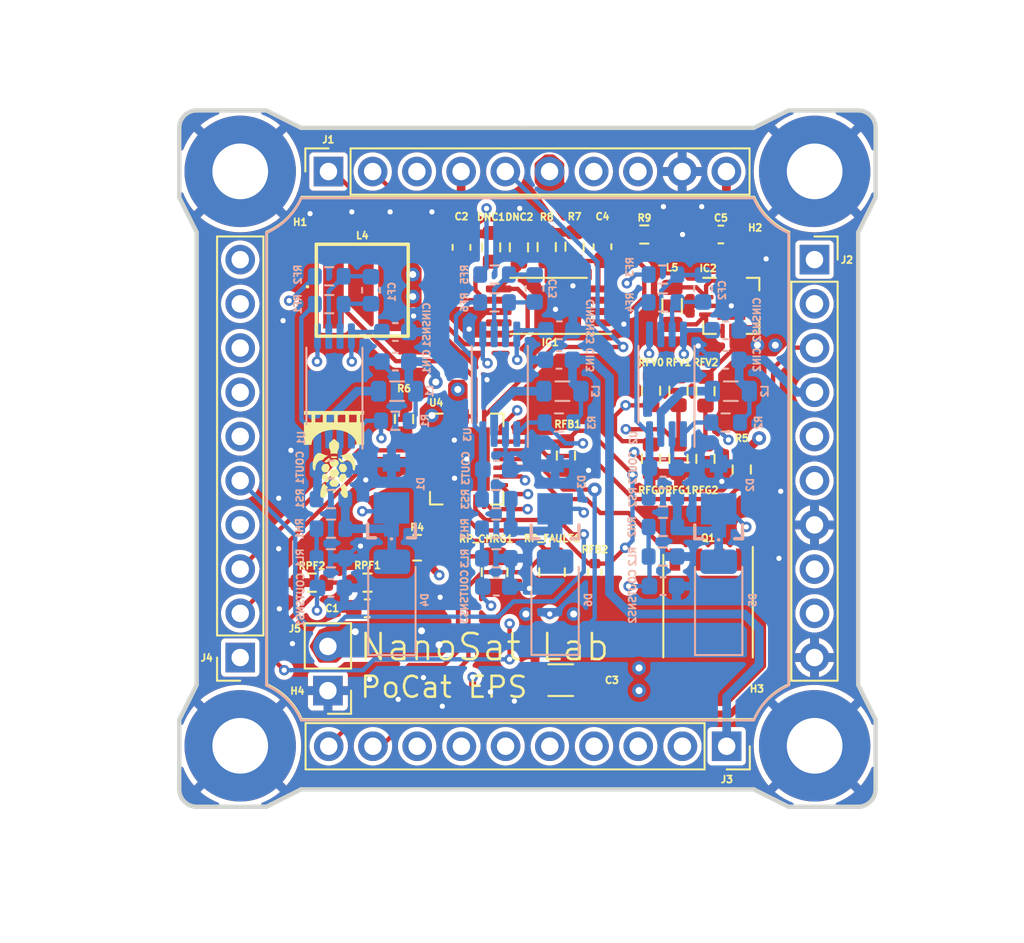
<source format=kicad_pcb>
(kicad_pcb (version 20221018) (generator pcbnew)
  (title_block (title "PQ_EPS") (date "2023-01-26") (rev "1.3") (company "UPC NanoSat Lab"))
  (layers (0 "F.Cu" signal) (1 "In1.Cu" signal) (2 "In2.Cu" signal) (31 "B.Cu" signal) (34 "B.Paste" user) (35 "F.Paste" user) (36 "B.SilkS" user "B.Silkscreen") (37 "F.SilkS" user "F.Silkscreen") (38 "B.Mask" user) (39 "F.Mask" user) (44 "Edge.Cuts" user))
  (net 0 "")
  (net 1 "KILLSWITCH+")
  (net 2 "GND")
  (net 3 "BATT-")
  (net 4 "SOLAR_X")
  (net 5 "SOLAR_Y")
  (net 6 "Net-(IC1-VDD)")
  (net 7 "Net-(U1-ICTRL-MINUS)")
  (net 8 "Net-(U1-ICTRL-PLUS)")
  (net 9 "Net-(U2-ICTRL-MINUS)")
  (net 10 "Net-(U2-ICTRL-PLUS)")
  (net 11 "Net-(U3-ICTRL-MINUS)")
  (net 12 "SOLAR_Z")
  (net 13 "3V3_PERM")
  (net 14 "UART_TX")
  (net 15 "Net-(U3-ICTRL-PLUS)")
  (net 16 "Net-(U1-MPP-SET)")
  (net 17 "Net-(U2-MPP-SET)")
  (net 18 "Net-(U3-MPP-SET)")
  (net 19 "Net-(U1-VOUT)")
  (net 20 "Net-(U2-VOUT)")
  (net 21 "Net-(U3-VOUT)")
  (net 22 "Net-(U1-VCTRL)")
  (net 23 "Net-(U2-VCTRL)")
  (net 24 "Net-(U3-VCTRL)")
  (net 26 "TOTAL_CURRENT")
  (net 27 "Net-(IC1-VIN)")
  (net 28 "PFO")
  (net 29 "UART_RX")
  (net 30 "SCL1")
  (net 31 "SDA1")
  (net 32 "BURNCOMMS")
  (net 33 "HEATER_PWR")
  (net 34 "SEL_PH1")
  (net 35 "SEL_PH2")
  (net 36 "BATT_NTC")
  (net 37 "SWO")
  (net 38 "STM32_PA15")
  (net 39 "CHRG")
  (net 40 "FAULT")
  (net 41 "VCC_UMBILICAL")
  (net 42 "SEL_PH0")
  (net 43 "P{slash}L_POWER")
  (net 44 "ADC_PH")
  (net 45 "RST_DRIVERS")
  (net 46 "ADCS_POWER")
  (net 47 "STM32_PB0")
  (net 48 "SCL3")
  (net 49 "ADC_PL")
  (net 50 "DAC_PL")
  (net 51 "SWCLK")
  (net 52 "SWDIO")
  (net 53 "NRST")
  (net 55 "SDA3")
  (net 56 "Net-(IC2-LX2_1)")
  (net 57 "/PROG")
  (net 58 "Net-(IC2-LX1_1)")
  (net 59 "Net-(U1-LX)")
  (net 60 "CLPROG")
  (net 61 "CHRGOFF")
  (net 62 "Net-(U2-LX)")
  (net 63 "Net-(U3-LX)")
  (net 64 "Net-(U4-CLN)")
  (net 65 "OVSNS")
  (net 66 "Net-(Q1-G)")
  (net 67 "Net-(U4-BSTFB)")
  (net 68 "Net-(U4-PFI)")
  (net 69 "Net-(L4-Pad1)")
  (net 70 "CHOUT")
  (net 71 "Net-(D1-Pad1)")
  (net 72 "Net-(D2-Pad1)")
  (net 73 "Net-(D3-Pad1)")
  (net 74 "/F2")
  (net 75 "/F1")
  (net 76 "/F0")
  (footprint "connector-nsl:CES-102-02" (layer "F.Cu") (at 90.2478 70.0024 180)
    (fp_text reference "J5")
    (fp_text value "~")
  )
  (footprint "passive-nsl:XAL5030222MEC" (layer "F.Cu") (at 92.2 48.3)
    (fp_text reference "L4")
    (fp_text value "2.2u" hide)
  )
  (footprint "Resistor_SMD:R_0603_1608Metric" (layer "F.Cu") (at 108.7898 54.0766 -90)
    (fp_text reference "RFV0")
    (fp_text value "1k")
  )
  (footprint "Capacitor_SMD:C_0603_1608Metric" (layer "F.Cu") (at 112.8 45.1)
    (fp_text reference "C5")
    (fp_text value "22u")
  )
  (footprint "Capacitor_SMD:C_1206_3216Metric" (layer "F.Cu") (at 103.6 70.7 180)
    (fp_text reference "C3")
    (fp_text value "100u")
  )
  (footprint "power-nsl:ISL9120IRTNZ" (layer "F.Cu") (at 113.4 49.2)
    (fp_text reference "IC2")
    (fp_text value "ISL9120IRTNZ")
  )
  (footprint "Resistor_SMD:R_0805_2012Metric" (layer "F.Cu") (at 95.3516 63.0936)
    (fp_text reference "R4")
    (fp_text value "75m")
  )
  (footprint "Resistor_SMD:R_0603_1608Metric" (layer "F.Cu") (at 89.3 65.1)
    (fp_text reference "RPF2")
    (fp_text value "68k")
  )
  (footprint "Resistor_SMD:R_0603_1608Metric" (layer "F.Cu") (at 101.2 45.8375 90)
    (fp_text reference "DNC2")
    (fp_text value "20k")
  )
  (footprint "symbols-nsl:NakNak" (layer "F.Cu") (at 90.606904 58.773521)
    (fp_text reference "Annotation2" hide)
    (fp_text value "Silkscreen_Annotation")
  )
  (footprint "Resistor_SMD:R_0603_1608Metric" (layer "F.Cu") (at 108.7898 57.9882 -90)
    (fp_text reference "RFG0")
    (fp_text value "1k")
  )
  (footprint "Capacitor_SMD:C_0603_1608Metric" (layer "F.Cu") (at 97.9 45.8375 -90)
    (fp_text reference "C2")
    (fp_text value "10u")
  )
  (footprint "Inductor_SMD:L_0805_2012Metric" (layer "F.Cu") (at 110 49.2 90)
    (fp_text reference "L5")
    (fp_text value "1u")
  )
  (footprint "MountingHole:MountingHole_3.2mm_M3_Pad" (layer "F.Cu") (at 85.188 74.473)
    (fp_text reference "H4")
    (fp_text value "MountingHole_Pad")
  )
  (footprint "connector-nsl:SLW-110-01" (layer "F.Cu") (at 90.258 41.473 90)
    (fp_text reference "J1")
    (fp_text value "CES-110-02-L-S")
  )
  (footprint "Resistor_SMD:R_0402_1005Metric" (layer "F.Cu") (at 105.5624 64.516 -90)
    (fp_text reference "RFB2")
    (fp_text value "255k")
  )
  (footprint "Package_SO:TSSOP-8_4.4x3mm_P0.65mm" (layer "F.Cu") (at 102.9 49.2 180)
    (fp_text reference "IC1")
    (fp_text value "DS2782E+")
  )
  (footprint "Package_DFN_QFN:QFN-24-1EP_4x5mm_P0.5mm_EP2.65x3.65mm" (layer "F.Cu") (at 98.2 58)
    (fp_text reference "U4")
    (fp_text value "LTC4040EUFD#PBF" hide)
  )
  (footprint "MountingHole:MountingHole_3.2mm_M3_Pad" (layer "F.Cu") (at 85.188 41.473)
    (fp_text reference "H1")
    (fp_text value "MountingHole_Pad")
  )
  (footprint "Resistor_SMD:R_0603_1608Metric" (layer "F.Cu") (at 104.3956 45.7962 90)
    (fp_text reference "R7")
    (fp_text value "510")
  )
  (footprint "Resistor_SMD:R_0805_2012Metric" (layer "F.Cu") (at 103.1 64.5 90)
    (fp_text reference "RP_FAULT1")
    (fp_text value "5k")
  )
  (footprint "Resistor_SMD:R_0603_1608Metric" (layer "F.Cu") (at 92.5 65.1)
    (fp_text reference "RPF1")
    (fp_text value "147k")
  )
  (footprint "power-nsl:SIR424DP" (layer "F.Cu") (at 112.0648 66.4464 -90)
    (fp_text reference "Q1")
    (fp_text value "SIR424DP")
  )
  (footprint "Capacitor_SMD:C_0603_1608Metric" (layer "F.Cu") (at 92.483 66.5734 180)
    (fp_text reference "C1")
    (fp_text value "2.2u")
  )
  (footprint "Capacitor_SMD:C_0603_1608Metric" (layer "F.Cu") (at 106 45.8 90)
    (fp_text reference "C4")
    (fp_text value "0.1u")
  )
  (footprint "MountingHole:MountingHole_3.2mm_M3_Pad" (layer "F.Cu") (at 118.188 41.473)
    (fp_text reference "H2")
    (fp_text value "MountingHole_Pad")
  )
  (footprint "Resistor_SMD:R_0603_1608Metric" (layer "F.Cu") (at 94.6 55.7 -90)
    (fp_text reference "R6")
    (fp_text value "2k")
  )
  (footprint "Resistor_SMD:R_0805_2012Metric" (layer "F.Cu") (at 99.8 64.5 90)
    (fp_text reference "RP_CHRG1")
    (fp_text value "5k")
  )
  (footprint "connector-nsl:SLW-110-01" (layer "F.Cu") (at 118.188 46.543)
    (fp_text reference "J2")
    (fp_text value "CES-110-02-L-S")
  )
  (footprint "symbols-nsl:Bridgemaker" (layer "F.Cu") (at 90.532131 56.301781)
    (fp_text reference "Annotation1" hide)
    (fp_text value "Silkscreen_Annotation")
  )
  (footprint "Resistor_SMD:R_0603_1608Metric" (layer "F.Cu") (at 108.4 45.1)
    (fp_text reference "R9")
    (fp_text value "15m")
  )
  (footprint "MountingHole:MountingHole_3.2mm_M3_Pad" (layer "F.Cu") (at 118.188 74.473)
    (fp_text reference "H3")
    (fp_text value "MountingHole_Pad")
  )
  (footprint "Resistor_SMD:R_0603_1608Metric" (layer "F.Cu") (at 103.9 57.8 -90)
    (fp_text reference "RFB1")
    (fp_text value "68k")
  )
  (footprint "Resistor_SMD:R_0603_1608Metric" (layer "F.Cu") (at 102.7954 45.8216 90)
    (fp_text reference "R8")
    (fp_text value "1k")
  )
  (footprint "connector-nsl:SLW-110-01" (layer "F.Cu") (at 85.1788 69.403 180)
    (fp_text reference "J4")
    (fp_text value "CES-110-02-L-S")
  )
  (footprint "Resistor_SMD:R_0603_1608Metric" (layer "F.Cu") (at 111.914 57.9882 -90)
    (fp_text reference "RFG2")
    (fp_text value "1k")
  )
  (footprint "Resistor_SMD:R_0603_1608Metric" (layer "F.Cu") (at 114 58.6 90)
    (fp_text reference "R5")
    (fp_text value "10k")
  )
  (footprint "Resistor_SMD:R_0603_1608Metric" (layer "F.Cu") (at 110.3646 57.9882 -90)
    (fp_text reference "RFG1")
    (fp_text value "1k")
  )
  (footprint "Resistor_SMD:R_0603_1608Metric" (layer "F.Cu") (at 111.914 54.102 -90)
    (fp_text reference "RFV2")
    (fp_text value "1k")
  )
  (footprint "connector-nsl:SLW-110-01" (layer "F.Cu") (at 113.1332 74.5074 -90)
    (fp_text reference "J3")
    (fp_text value "CES-110-02-L-S")
  )
  (footprint "Resistor_SMD:R_0603_1608Metric" (layer "F.Cu") (at 99.6 45.8375 90)
    (fp_text reference "DNC1")
    (fp_text value "20k")
  )
  (footprint "Resistor_SMD:R_0603_1608Metric" (layer "F.Cu") (at 110.3646 54.0766 -90)
    (fp_text reference "RFV1")
    (fp_text value "1k")
  )
  (footprint "Capacitor_SMD:C_0603_1608Metric" (layer "B.Cu") (at 103.525 50.6 180)
    (fp_text reference "CINSNS3")
    (fp_text value "1n")
  )
  (footprint "Resistor_SMD:R_0603_1608Metric" (layer "B.Cu") (at 90.4 60.3)
    (fp_text reference "RS1")
    (fp_text value "300m")
  )
  (footprint "Resistor_SMD:R_0603_1608Metric" (layer "B.Cu") (at 103.5 55.9)
    (fp_text reference "R3")
    (fp_text value "1k")
  )
  (footprint "Capacitor_SMD:C_0603_1608Metric" (layer "B.Cu") (at 92.7 48.3 -90)
    (fp_text reference "CF1")
    (fp_text value "1u")
  )
  (footprint "Inductor_SMD:L_0805_2012Metric" (layer "B.Cu") (at 94.2 54.1)
    (fp_text reference "L1")
    (fp_text value "10u")
  )
  (footprint "Inductor_SMD:L_0805_2012Metric" (layer "B.Cu") (at 103.7 54.1 180)
    (fp_text reference "L3")
    (fp_text value "10u")
  )
  (footprint "Package_SO:TSSOP-8_4.4x3mm_P0.65mm" (layer "B.Cu") (at 109.675 53.7 90)
    (fp_text reference "U2")
    (fp_text value "SPV1040TTR" hide)
  )
  (footprint "Package_SO:TSSOP-8_4.4x3mm_P0.65mm" (layer "B.Cu") (at 100.1 53.7 90)
    (fp_text reference "U3")
    (fp_text value "SPV1040TTR")
  )
  (footprint "Capacitor_SMD:C_0603_1608Metric" (layer "B.Cu") (at 94.1 52.4)
    (fp_text reference "CIN1")
    (fp_text value "1.5u")
  )
  (footprint "Resistor_SMD:R_0603_1608Metric" (layer "B.Cu") (at 109.475 60.2)
    (fp_text reference "RS2")
    (fp_text value "300m")
  )
  (footprint "Resistor_SMD:R_0603_1608Metric" (layer "B.Cu") (at 109.475 61.9 180)
    (fp_text reference "RH2")
    (fp_text value "910k")
  )
  (footprint "Resistor_SMD:R_0603_1608Metric" (layer "B.Cu") (at 99.9 63.7)
    (fp_text reference "RL3")
    (fp_text value "360k")
  )
  (footprint "Capacitor_SMD:C_0603_1608Metric" (layer "B.Cu") (at 113.075 52.3)
    (fp_text reference "CIN2")
    (fp_text value "1.5u")
  )
  (footprint "Capacitor_SMD:C_0603_1608Metric" (layer "B.Cu") (at 109.475 58.5 180)
    (fp_text reference "COUT2")
    (fp_text value "10u")
  )
  (footprint "Resistor_SMD:R_0603_1608Metric" (layer "B.Cu") (at 94.1 55.8)
    (fp_text reference "R1")
    (fp_text value "1k")
  )
  (footprint "Capacitor_SMD:C_0603_1608Metric" (layer "B.Cu") (at 99.9 58.6 180)
    (fp_text reference "COUT3")
    (fp_text value "10u")
  )
  (footprint "Resistor_SMD:R_0603_1608Metric" (layer "B.Cu") (at 90.3 47.5 180)
    (fp_text reference "RF2")
    (fp_text value "1k")
  )
  (footprint "Capacitor_SMD:C_0603_1608Metric" (layer "B.Cu") (at 103.5 52.3)
    (fp_text reference "CIN3")
    (fp_text value "1.5u")
  )
  (footprint "Capacitor_SMD:C_0603_1608Metric" (layer "B.Cu") (at 109.475 65.3 180)
    (fp_text reference "COUTSNS2")
    (fp_text value "1n")
  )
  (footprint "passive-nsl:RBS1LAM40ATR_Schottky" (layer "B.Cu") (at 93.9 66.1 90)
    (fp_text reference "D4")
    (fp_text value "shottky")
  )
  (footprint "Resistor_SMD:R_0603_1608Metric" (layer "B.Cu") (at 113.075 55.9)
    (fp_text reference "R2")
    (fp_text value "1k")
  )
  (footprint "passive-nsl:RBS1LAM40ATR_Schottky" (layer "B.Cu") (at 112.675 66.1 90)
    (fp_text reference "D5")
    (fp_text value "shottky")
  )
  (footprint "Capacitor_SMD:C_0603_1608Metric" (layer "B.Cu") (at 90.4 65.4 180)
    (fp_text reference "COUTSNS1")
    (fp_text value "1n")
  )
  (footprint "Capacitor_SMD:C_0603_1608Metric" (layer "B.Cu") (at 90.4 58.6 180)
    (fp_text reference "COUT1")
    (fp_text value "10u")
  )
  (footprint "Resistor_SMD:R_0603_1608Metric" (layer "B.Cu") (at 109.475 63.6)
    (fp_text reference "RL2")
    (fp_text value "360k")
  )
  (footprint "Resistor_SMD:R_0603_1608Metric" (layer "B.Cu") (at 90.3 49.1 180)
    (fp_text reference "RF1")
    (fp_text value "1k")
  )
  (footprint "Resistor_SMD:R_0603_1608Metric" (layer "B.Cu") (at 99.9 60.3)
    (fp_text reference "RS3")
    (fp_text value "300m")
  )
  (footprint "Inductor_SMD:L_0805_2012Metric" (layer "B.Cu") (at 113.375 54.1 180)
    (fp_text reference "L2")
    (fp_text value "10u" hide)
  )
  (footprint "Resistor_SMD:R_0603_1608Metric" (layer "B.Cu") (at 109.475 47.4 180)
    (fp_text reference "RF3")
    (fp_text value "1k")
  )
  (footprint "Capacitor_SMD:C_0603_1608Metric" (layer "B.Cu") (at 111.775 48.2 -90)
    (fp_text reference "CF2")
    (fp_text value "1u")
  )
  (footprint "passive-nsl:RBS1LAM40ATR_Schottky" (layer "B.Cu") (at 103.2764 66.0908 90)
    (fp_text reference "D6")
    (fp_text value "shottky")
  )
  (footprint "Capacitor_SMD:C_0603_1608Metric" (layer "B.Cu") (at 113.075 50.6 180)
    (fp_text reference "CINSNS2")
    (fp_text value "1n")
  )
  (footprint "Resistor_SMD:R_0603_1608Metric" (layer "B.Cu") (at 99.8 49 180)
    (fp_text reference "RF6")
    (fp_text value "1k")
  )
  (footprint "Resistor_SMD:R_0603_1608Metric" (layer "B.Cu") (at 109.475 49 180)
    (fp_text reference "RF4")
    (fp_text value "1k")
  )
  (footprint "passive-nsl:SMM4F15ATR" (layer "B.Cu") (at 93.8784 60.505 -90)
    (fp_text reference "D1")
    (fp_text value "SMM4F" hide)
  )
  (footprint "Capacitor_SMD:C_0603_1608Metric" (layer "B.Cu") (at 99.9 65.328 180)
    (fp_text reference "COUTSNS3")
    (fp_text value "1n")
  )
  (footprint "Capacitor_SMD:C_0603_1608Metric" (layer "B.Cu") (at 102.1 48.2 -90)
    (fp_text reference "CF3")
    (fp_text value "1u")
  )
  (footprint "passive-nsl:SMM4F15ATR" (layer "B.Cu") (at 103.2764 60.5558 -90)
    (fp_text reference "D3")
    (fp_text value "SMM4F" hide)
  )
  (footprint "Package_SO:TSSOP-8_4.4x3mm_P0.65mm" (layer "B.Cu") (at 90.6 53.8 90)
    (fp_text reference "U1")
    (fp_text value "SPV1040TTR")
  )
  (footprint "Resistor_SMD:R_0603_1608Metric" (layer "B.Cu") (at 99.9 62 180)
    (fp_text reference "RH3")
    (fp_text value "910k")
  )
  (footprint "Resistor_SMD:R_0603_1608Metric" (layer "B.Cu") (at 99.8 47.4 180)
    (fp_text reference "RF5")
    (fp_text value "1k")
  )
  (footprint "Resistor_SMD:R_0603_1608Metric" (layer "B.Cu") (at 90.4 63.7)
    (fp_text reference "RL1")
    (fp_text value "360k")
  )
  (footprint "Resistor_SMD:R_0603_1608Metric" (layer "B.Cu") (at 90.4 62 180)
    (fp_text reference "RH1")
    (fp_text value "910k")
  )
  (footprint "Capacitor_SMD:C_0603_1608Metric" (layer "B.Cu") (at 94.1 50.7 180)
    (fp_text reference "CINSNS1")
    (fp_text value "1n")
  )
  (footprint "passive-nsl:SMM4F15ATR" (layer "B.Cu") (at 112.6744 60.5558 -90)
    (fp_text reference "D2")
    (fp_text value "SMM4F" hide)
  )
  (gr_arc (start 86.6892 71.003419) (mid 87.881782 71.810836) (end 88.689199 73.003418) (stroke (width 0.15)) (layer "B.SilkS"))
  (gr_line (start 86.6892 45.003418) (end 86.6892 71.003418) (stroke (width 0.15)) (layer "B.SilkS"))
  (gr_line (start 116.6892 71.003418) (end 116.6892 45.003418) (stroke (width 0.15)) (layer "B.SilkS"))
  (gr_line (start 88.6892 73.003418) (end 114.6892 73.003418) (stroke (width 0.15)) (layer "B.SilkS"))
  (gr_line (start 88.6892 43.003418) (end 114.6892 43.003418) (stroke (width 0.15)) (layer "B.SilkS"))
  (gr_arc (start 88.689199 43.003418) (mid 87.881782 44.196) (end 86.6892 45.003417) (stroke (width 0.15)) (layer "B.SilkS"))
  (gr_arc (start 114.689201 73.003418) (mid 115.496618 71.810836) (end 116.6892 71.003419) (stroke (width 0.15)) (layer "B.SilkS"))
  (gr_arc (start 116.6892 45.003417) (mid 115.496618 44.196) (end 114.689201 43.003418) (stroke (width 0.15)) (layer "B.SilkS"))
  (gr_arc (start 116.713382 44.952617) (mid 115.5208 44.1452) (end 114.713383 42.952618) (stroke (width 0.15)) (layer "F.SilkS"))
  (gr_arc (start 114.713383 72.952618) (mid 115.5208 71.760036) (end 116.713382 70.952619) (stroke (width 0.15)) (layer "F.SilkS"))
  (gr_arc (start 88.713381 42.952618) (mid 87.905964 44.1452) (end 86.713382 44.952617) (stroke (width 0.15)) (layer "F.SilkS"))
  (gr_line (start 116.713382 70.952618) (end 116.713382 44.952618) (stroke (width 0.15)) (layer "F.SilkS"))
  (gr_arc (start 86.713382 70.952619) (mid 87.905964 71.760036) (end 88.713381 72.952618) (stroke (width 0.15)) (layer "F.SilkS"))
  (gr_line (start 86.713382 44.952618) (end 86.713382 70.952618) (stroke (width 0.15)) (layer "F.SilkS"))
  (gr_line (start 88.713382 72.952618) (end 114.713382 72.952618) (stroke (width 0.15)) (layer "F.SilkS"))
  (gr_line (start 88.713382 42.952618) (end 114.713382 42.952618) (stroke (width 0.15)) (layer "F.SilkS"))
  (gr_line (start 81.688 76.973) (end 81.688 72.973) (stroke (width 0.25)) (layer "Edge.Cuts"))
  (gr_line locked (start 81.688 72.973) (end 82.688 70.973) (stroke (width 0.25)) (layer "Edge.Cuts"))
  (gr_line locked (start 86.688 37.973) (end 88.688 38.973) (stroke (width 0.25)) (layer "Edge.Cuts"))
  (gr_line locked (start 121.688 72.973) (end 121.688 76.973) (stroke (width 0.25)) (layer "Edge.Cuts"))
  (gr_line locked (start 121.688 42.973) (end 120.688 44.973) (stroke (width 0.25)) (layer "Edge.Cuts"))
  (gr_line locked (start 120.688 70.973) (end 121.688 72.973) (stroke (width 0.25)) (layer "Edge.Cuts"))
  (gr_line locked (start 88.688 76.973) (end 86.688 77.973) (stroke (width 0.25)) (layer "Edge.Cuts"))
  (gr_line locked (start 114.688 38.973) (end 116.687 37.973) (stroke (width 0.25)) (layer "Edge.Cuts"))
  (gr_line locked (start 120.688 44.973) (end 120.688 70.973) (stroke (width 0.25)) (layer "Edge.Cuts"))
  (gr_line (start 121.688 42.973) (end 121.688 38.973) (stroke (width 0.25)) (layer "Edge.Cuts"))
  (gr_line locked (start 81.688 42.973) (end 81.688 38.973) (stroke (width 0.25)) (layer "Edge.Cuts"))
  (gr_line (start 86.688 77.973) (end 82.688 77.973) (stroke (width 0.25)) (layer "Edge.Cuts"))
  (gr_line locked (start 114.688 76.973) (end 116.688 77.973) (stroke (width 0.25)) (layer "Edge.Cuts"))
  (gr_arc locked (start 120.688 37.973) (mid 121.395107 38.265893) (end 121.688 38.973) (stroke (width 0.25)) (layer "Edge.Cuts"))
  (gr_line locked (start 101.687 38.973) (end 114.688 38.973) (stroke (width 0.25)) (layer "Edge.Cuts"))
  (gr_line locked (start 82.688 37.973) (end 86.688 37.973) (stroke (width 0.25)) (layer "Edge.Cuts"))
  (gr_line locked (start 82.688 44.973) (end 81.688 42.973) (stroke (width 0.25)) (layer "Edge.Cuts"))
  (gr_line locked (start 116.688 77.973) (end 120.688 77.973) (stroke (width 0.25)) (layer "Edge.Cuts"))
  (gr_line locked (start 82.688 70.973) (end 82.688 44.973) (stroke (width 0.25)) (layer "Edge.Cuts"))
  (gr_arc locked (start 121.688 76.973) (mid 121.395107 77.680107) (end 120.688 77.973) (stroke (width 0.25)) (layer "Edge.Cuts"))
  (gr_line (start 116.687 37.973) (end 120.688 37.973) (stroke (width 0.25)) (layer "Edge.Cuts"))
  (gr_line locked (start 114.688 76.973) (end 88.688 76.973) (stroke (width 0.25)) (layer "Edge.Cuts"))
  (gr_arc locked (start 81.688 38.973) (mid 81.980893 38.265893) (end 82.688 37.973) (stroke (width 0.25)) (layer "Edge.Cuts"))
  (gr_arc locked (start 82.688 77.973) (mid 81.980893 77.680107) (end 81.688 76.973) (stroke (width 0.25)) (layer "Edge.Cuts"))
  (gr_line locked (start 88.688 38.973) (end 101.687 38.973) (stroke (width 0.25)) (layer "Edge.Cuts"))
  (gr_text "PoCat EPS" (at 91.988 71.103) (layer "F.SilkS") (effects (font (size 1.2 1.2)) (justify left)))
  (gr_text "NanoSat Lab" (at 91.938 68.803) (layer "F.SilkS") (effects (font (size 1.5 1.5)) (justify left)))
  (segment (start 97.878 45.0405) (end 97.878 41.448) (width 0.5) (layer "F.Cu") (net 1))
  (segment (start 102.8 44.975) (end 104.4 44.975) (width 0.5) (layer "F.Cu") (net 1))
  (segment (start 101.2 45.0125) (end 102.7625 45.0125) (width 0.5) (layer "F.Cu") (net 1))
  (segment (start 102.7625 45.0125) (end 102.8 44.975) (width 0.5) (layer "F.Cu") (net 1))
  (segment (start 99.6 45.0125) (end 101.2 45.0125) (width 0.5) (layer "F.Cu") (net 1))
  (segment (start 99.55 45.0625) (end 99.6 45.0125) (width 0.5) (layer "F.Cu") (net 1))
  (segment (start 97.9 45.0625) (end 99.55 45.0625) (width 0.5) (layer "F.Cu") (net 1))
  (segment (start 97.9 45.0625) (end 97.878 45.0405) (width 0.5) (layer "F.Cu") (net 1))
  (via (at 95.0976 48.6664) (size 0.8) (drill 0.4) (layers "F.Cu" "B.Cu") (net 1))
  (via (at 95.0976 47.3964) (size 0.8) (drill 0.4) (layers "F.Cu" "B.Cu") (net 1))
  (via (at 97.6884 54.0004) (size 0.8) (drill 0.4) (layers "F.Cu" "B.Cu") (net 1))
  (segment (start 96.2 44.7904) (end 96.2 43.8) (width 0.25) (layer "F.Cu") (net 2))
  (segment (start 97.9 46.6125) (end 97.9 46.4904) (width 0.25) (layer "F.Cu") (net 2))
  (segment (start 98.2 58) (end 97.7 58.5) (width 0.25) (layer "F.Cu") (net 2))
  (segment (start 91.442 66.8) (end 91.725 66.8) (width 0.25) (layer "F.Cu") (net 2))
  (segment (start 111.95 49.2) (end 111.1 49.2) (width 0.25) (layer "F.Cu") (net 2))
  (segment (start 105.175 58.625) (end 103.9 58.625) (width 0.25) (layer "F.Cu") (net 2))
  (segment (start 111.95 49.2) (end 113.4 49.2) (width 0.25) (layer "F.Cu") (net 2))
  (segment (start 98.33872 50.53592) (end 99.349639 49.525) (width 0.25) (layer "F.Cu") (net 2))
  (segment (start 97.7 58.5) (end 96.25 58.5) (width 0.25) (layer "F.Cu") (net 2))
  (segment (start 99.349639 49.525) (end 100.0375 49.525) (width 0.25) (layer "F.Cu") (net 2))
  (segment (start 105.2 58.65) (end 105.175 58.625) (width 0.25) (layer "F.Cu") (net 2))
  (segment (start 97.9 46.4904) (end 96.2 44.7904) (width 0.25) (layer "F.Cu") (net 2))
  (segment (start 114.85 49.7) (end 114.85 49.2) (width 0.25) (layer "F.Cu") (net 2))
  (segment (start 114.85 49.2) (end 113.4 49.2) (width 0.25) (layer "F.Cu") (net 2))
  (via (at 91.6 43.8) (size 0.6) (drill 0.3) (layers "F.Cu" "B.Cu") (net 2))
  (via (at 102.9716 66.9036) (size 0.6) (drill 0.3) (layers "F.Cu" "B.Cu") (net 2))
  (via (at 96.6724 65.9384) (size 0.6) (drill 0.3) (layers "F.Cu" "B.Cu") (net 2))
  (via (at 88.1 57.5) (size 0.6) (drill 0.3) (layers "F.Cu" "B.Cu") (net 2))
  (via (at 98.2 58) (size 0.6) (drill 0.3) (layers "F.Cu" "B.Cu") (net 2))
  (via (at 95.713 70.553) (size 0.6) (drill 0.3) (layers "F.Cu" "B.Cu") (net 2))
  (via (at 101.8032 65.4304) (size 0.6) (drill 0.3) (layers "F.Cu" "B.Cu") (net 2))
  (via (at 95.1484 49.784) (size 0.6) (drill 0.3) (layers "F.Cu" "B.Cu") (net 2))
  (via (at 116.138 63.703) (size 0.6) (drill 0.3) (layers "F.Cu" "B.Cu") (net 2))
  (via (at 115.4 46.5) (size 0.6) (drill 0.3) (layers "F.Cu" "B.Cu") (net 2))
  (via (at 112.8538 59.2836) (size 0.6) (drill 0.3) (layers "F.Cu" "B.Cu") (net 2))
  (via (at 88.188 68.603) (size 0.6) (drill 0.3) (layers "F.Cu" "B.Cu") (net 2))
  (via (at 103.3 49.4) (size 0.6) (drill 0.3) (layers "F.Cu" "B.Cu") (net 2))
  (via (at 93.8 43.8) (size 0.6) (drill 0.3) (layers "F.Cu" "B.Cu") (net 2))
  (via (at 101.2444 43.6) (size 0.6) (drill 0.3) (layers "F.Cu" "B.Cu") (net 2))
  (via (at 98.33872 50.53592) (size 0.6) (drill 0.3) (layers "F.Cu" "B.Cu") (net 2))
  (via (at 92.613 70.653) (size 0.6) (drill 0.3) (layers "F.Cu" "B.Cu") (net 2))
  (via (at 105.2 58.65) (size 0.6) (drill 0.3) (layers "F.Cu" "B.Cu") (net 2))
  (via (at 116.238 59.853) (size 0.6) (drill 0.3) (layers "F.Cu" "B.Cu") (net 2))
  (via (at 111.5 51.5) (size 0.6) (drill 0.3) (layers "F.Cu" "B.Cu") (net 2))
  (via (at 113.4 49.2) (size 0.6) (drill 0.3) (layers "F.Cu" "B.Cu") (net 2))
  (via (at 110.6 45.1) (size 0.6) (drill 0.3) (layers "F.Cu" "B.Cu") (net 2))
  (via (at 104.3 48.05) (size 0.6) (drill 0.3) (layers "F.Cu" "B.Cu") (net 2))
  (via (at 99.563 71.378) (size 0.6) (drill 0.3) (layers "F.Cu" "B.Cu") (net 2))
  (via (at 92.4 59.2) (size 0.6) (drill 0.3) (layers "F.Cu" "B.Cu") (net 2))
  (via (at 97.487701 56.912299) (size 0.6) (drill 0.3) (layers "F.Cu" "B.Cu") (net 2))
  (via (at 99.3648 53.4416) (size 0.6) (drill 0.3) (layers "F.Cu" "B.Cu") (net 2))
  (via (at 87.4 60.25) (size 0.6) (drill 0.3) (layers "F.Cu" "B.Cu") (net 2))
  (via (at 107.225989 50.2495) (size 0.6) (drill 0.3) (layers "F.Cu" "B.Cu") (net 2))
  (via (at 100.938 71.903) (size 0.6) (drill 0.3) (layers "F.Cu" "B.Cu") (net 2))
  (via (at 92.1 63) (size 0.6) (drill 0.3) (layers "F.Cu" "B.Cu") (net 2))
  (via (at 87.65 50.05) (size 0.6) (drill 0.3) (layers "F.Cu" "B.Cu") (net 2))
  (via (at 96.2 43.8) (size 0.6) (drill 0.3) (layers "F.Cu" "B.Cu") (net 2))
  (via (at 87.4 63.15) (size 0.6) (drill 0.3) (layers "F.Cu" "B.Cu") (net 2))
  (via (at 96.8 72.2) (size 0.6) (drill 0.3) (layers "F.Cu" "B.Cu") (net 2))
  (via (at 87.438 66.603) (size 0.6) (drill 0.3) (layers "F.Cu" "B.Cu") (net 2))
  (via (at 97.5 59.1) (size 0.6) (drill 0.3) (layers "F.Cu" "B.Cu") (net 2))
  (via (at 109.5 43.5) (size 0.6) (drill 0.3) (layers "F.Cu" "B.Cu") (net 2))
  (via (at 111.7 43.5) (size 0.6) (drill 0.3) (layers "F.Cu" "B.Cu") (net 2))
  (via (at 89.2 43.9) (size 0.6) (drill 0.3) (layers "F.Cu" "B.Cu") (net 2))
  (via (at 94.263 71.803) (size 0.6) (drill 0.3) (layers "F.Cu" "B.Cu") (net 2))
  (segment (start 92.1 63) (end 91.925 63) (width 0.25) (layer "B.Cu") (net 2))
  (segment (start 93.325 52.525) (end 94.1 53.3) (width 0.25) (layer "B.Cu") (net 2))
  (segment (start 110 58.25) (end 110 56.5625) (width 0.25) (layer "B.Cu") (net 2))
  (segment (start 91.175 65.4) (end 91.175 63.75) (width 0.25) (layer "B.Cu") (net 2))
  (segment (start 100.425 56.5625) (end 100.425 58.35) (width 0.25) (layer "B.Cu") (net 2))
  (segment (start 100.675 58.6) (end 102.993 58.6) (width 0.25) (layer "B.Cu") (net 2))
  (segment (start 91.925 63) (end 91.225 63.7) (width 0.25) (layer "B.Cu") (net 2))
  (segment (start 91.175 63.75) (end 91.225 63.7) (width 0.25) (layer "B.Cu") (net 2))
  (segment (start 102.725 52.3) (end 102.725 52.175) (width 0.25) (layer "B.Cu") (net 2))
  (segment (start 93.325 52.4) (end 93.325 52.525) (width 0.25) (layer "B.Cu") (net 2))
  (segment (start 110.25 58.5) (end 110 58.25) (width 0.25) (layer "B.Cu") (net 2))
  (segment (start 111.5 51.5) (end 112.3 52.3) (width 0.25) (layer "B.Cu") (net 2))
  (segment (start 100.425 58.35) (end 100.675 58.6) (width 0.25) (layer "B.Cu") (net 2))
  (segment (start 90.925 58.35) (end 91.175 58.6) (width 0.25) (layer "B.Cu") (net 2))
  (segment (start 102.725 52.175) (end 104.3 50.6) (width 0.25) (layer "B.Cu") (net 2))
  (segment (start 90.925 56.6625) (end 90.925 58.35) (width 0.25) (layer "B.Cu") (net 2))
  (segment (start 108.4 47) (end 108.4 48.7) (width 0.25) (layer "F.Cu") (net 3))
  (segment (start 107.575 46.175) (end 108.4 47) (width 0.25) (layer "F.Cu") (net 3))
  (segment (start 107.575 49.525) (end 105.7625 49.525) (width 0.25) (layer "F.Cu") (net 3))
  (segment (start 107.575 45.1) (end 107.575 46.175) (width 0.25) (layer "F.Cu") (net 3))
  (segment (start 108.4 48.7) (end 107.575 49.525) (width 0.25) (layer "F.Cu") (net 3))
  (via (at 96.42035 53.578) (size 0.8) (drill 0.4) (layers "F.Cu" "B.Cu") (net 4))
  (segment (start 95.2625 54.1) (end 95.2625 55.4625) (width 0.25) (layer "B.Cu") (net 4))
  (segment (start 96.42035 53.12935) (end 95.691 52.4) (width 0.5) (layer "B.Cu") (net 4))
  (segment (start 96.42035 53.578) (end 96.42035 53.12935) (width 0.5) (layer "B.Cu") (net 4))
  (segment (start 94.875 52.4) (end 94.875 53.7125) (width 0.5) (layer "B.Cu") (net 4))
  (segment (start 95.2625 55.4625) (end 94.925 55.8) (width 0.25) (layer "B.Cu") (net 4))
  (segment (start 94.875 53.7125) (end 95.2625 54.1) (width 0.5) (layer "B.Cu") (net 4))
  (segment (start 95.691 52.4) (end 94.875 52.4) (width 0.5) (layer "B.Cu") (net 4))
  (segment (start 113.85 53.5125) (end 114.4375 54.1) (width 0.5) (layer "B.Cu") (net 5))
  (segment (start 113.85 52.3) (end 113.85 53.5125) (width 0.5) (layer "B.Cu") (net 5))
  (segment (start 115.3 52.3) (end 113.85 52.3) (width 0.5) (layer "B.Cu") (net 5))
  (segment (start 117.163 54.163) (end 115.3 52.3) (width 0.5) (layer "B.Cu") (net 5))
  (segment (start 118.213 54.163) (end 117.163 54.163) (width 0.5) (layer "B.Cu") (net 5))
  (segment (start 114.4375 55.3625) (end 113.9 55.9) (width 0.25) (layer "B.Cu") (net 5))
  (segment (start 114.4375 54.1) (end 114.4375 55.3625) (width 0.25) (layer "B.Cu") (net 5))
  (segment (start 105.7625 46.8125) (end 106 46.575) (width 0.25) (layer "F.Cu") (net 6))
  (segment (start 105.95 46.625) (end 106 46.575) (width 0.25) (layer "F.Cu") (net 6))
  (segment (start 104.4 46.625) (end 105.95 46.625) (width 0.25) (layer "F.Cu") (net 6))
  (segment (start 105.7625 48.225) (end 105.7625 46.8125) (width 0.25) (layer "F.Cu") (net 6))
  (segment (start 92.675 47.5) (end 92.7 47.525) (width 0.25) (layer "B.Cu") (net 7))
  (segment (start 90.275 48.35) (end 90.275 50.9375) (width 0.25) (layer "B.Cu") (net 7))
  (segment (start 91.125 47.5) (end 92.675 47.5) (width 0.25) (layer "B.Cu") (net 7))
  (segment (start 91.125 47.5) (end 90.275 48.35) (width 0.25) (layer "B.Cu") (net 7))
  (segment (start 90.925 49.3) (end 90.925 50.9375) (width 0.25) (layer "B.Cu") (net 8))
  (segment (start 91.125 49.1) (end 90.925 49.3) (width 0.25) (layer "B.Cu") (net 8))
  (segment (start 91.15 49.075) (end 91.125 49.1) (width 0.25) (layer "B.Cu") (net 8))
  (segment (start 92.7 49.075) (end 91.15 49.075) (width 0.25) (layer "B.Cu") (net 8))
  (segment (start 110.3 47.4) (end 109.37452 48.32548) (width 0.25) (layer "B.Cu") (net 9))
  (segment (start 109.37452 48.32548) (end 109.37452 50.81298) (width 0.25) (layer "B.Cu") (net 9))
  (segment (start 110.325 47.425) (end 110.3 47.4) (width 0.25) (layer "B.Cu") (net 9))
  (segment (start 109.37452 50.81298) (end 109.35 50.8375) (width 0.25) (layer "B.Cu") (net 9))
  (segment (start 111.775 47.425) (end 110.325 47.425) (width 0.25) (layer "B.Cu") (net 9))
  (segment (start 110.3 49) (end 110 49.3) (width 0.25) (layer "B.Cu") (net 10))
  (segment (start 111.775 48.975) (end 110.325 48.975) (width 0.25) (layer "B.Cu") (net 10))
  (segment (start 110 49.3) (end 110 50.8375) (width 0.25) (layer "B.Cu") (net 10))
  (segment (start 110.325 48.975) (end 110.3 49) (width 0.25) (layer "B.Cu") (net 10))
  (segment (start 102.075 47.4) (end 102.1 47.425) (width 0.25) (layer "B.Cu") (net 11))
  (segment (start 99.775 48.25) (end 100.625 47.4) (width 0.25) (layer "B.Cu") (net 11))
  (segment (start 100.625 47.4) (end 102.075 47.4) (width 0.25) (layer "B.Cu") (net 11))
  (segment (start 99.775 50.8375) (end 99.775 48.25) (width 0.25) (layer "B.Cu") (net 11))
  (segment (start 115 67.7544) (end 114.1492 66.9036) (width 0.5) (layer "B.Cu") (net 12))
  (segment (start 104.7625 54.1) (end 104.7625 55.4625) (width 0.25) (layer "B.Cu") (net 12))
  (segment (start 104.275 53.6125) (end 104.7625 54.1) (width 0.5) (layer "B.Cu") (net 12))
  (segment (start 106.4 65.7) (end 106.4 53.3) (width 0.5) (layer "B.Cu") (net 12))
  (segment (start 104.7625 55.4625) (end 104.325 55.9) (width 0.25) (layer "B.Cu") (net 12))
  (segment (start 104.275 52.3) (end 104.275 53.6125) (width 0.5) (layer "B.Cu") (net 12))
  (segment (start 115 69.8) (end 115 67.7544) (width 0.5) (layer "B.Cu") (net 12))
  (segment (start 106.4 53.3) (end 105.4 52.3) (width 0.5) (layer "B.Cu") (net 12))
  (segment (start 114.1492 66.9036) (end 107.6036 66.9036) (width 0.5) (layer "B.Cu") (net 12))
  (segment (start 107.6036 66.9036) (end 106.4 65.7) (width 0.5) (layer "B.Cu") (net 12))
  (segment (start 113.1332 71.6668) (end 115 69.8) (width 0.5) (layer "B.Cu") (net 12))
  (segment (start 105.4 52.3) (end 104.275 52.3) (width 0.5) (layer "B.Cu") (net 12))
  (segment (start 113.1332 74.4982) (end 113.1332 71.6668) (width 0.5) (layer "B.Cu") (net 12))
  (segment (start 114 57.775) (end 114.025 57.775) (width 0.5) (layer "F.Cu") (net 13))
  (segment (start 113.65 47.75) (end 113.65 45.175) (width 0.5) (layer "F.Cu") (net 13))
  (segment (start 113.575 45.1) (end 113.118 44.643) (width 0.5) (layer "F.Cu") (net 13))
  (segment (start 113.4 47.75) (end 113.65 47.75) (width 0.25) (layer "F.Cu") (net 13))
  (segment (start 113.65 45.175) (end 113.575 45.1) (width 0.5) (layer "F.Cu") (net 13))
  (segment (start 114.025 57.775) (end 115 56.8) (width 0.5) (layer "F.Cu") (net 13))
  (segment (start 113.118 44.643) (end 113.118 41.448) (width 0.5) (layer "F.Cu") (net 13))
  (segment (start 113.65 47.75) (end 113.9 47.75) (width 0.5) (layer "F.Cu") (net 13))
  (via (at 115 56.8) (size 0.8) (drill 0.4) (layers "F.Cu" "B.Cu") (net 13))
  (segment (start 100.425 50.8375) (end 100.425 49.2) (width 0.25) (layer "B.Cu") (net 15))
  (segment (start 100.425 49.2) (end 100.625 49) (width 0.25) (layer "B.Cu") (net 15))
  (segment (start 100.625 49) (end 102.075 49) (width 0.25) (layer "B.Cu") (net 15))
  (segment (start 102.075 49) (end 102.1 48.975) (width 0.25) (layer "B.Cu") (net 15))
  (via (at 93.3 56.800011) (size 0.6) (drill 0.3) (layers "F.Cu" "B.Cu") (net 16))
  (via (at 91.6 52.4) (size 0.6) (drill 0.3) (layers "F.Cu" "B.Cu") (net 16))
  (segment (start 93.275 56.775011) (end 93.3 56.800011) (width 0.25) (layer "B.Cu") (net 16))
  (segment (start 93.275 55.8) (end 92.4375 55.8) (width 0.25) (layer "B.Cu") (net 16))
  (segment (start 93.275 55.8) (end 93.275 56.775011) (width 0.25) (layer "B.Cu") (net 16))
  (segment (start 91.8125 50.7) (end 91.575 50.9375) (width 0.25) (layer "B.Cu") (net 16))
  (segment (start 92.4375 55.8) (end 91.575 56.6625) (width 0.25) (layer "B.Cu") (net 16))
  (segment (start 93.325 50.7) (end 91.8125 50.7) (width 0.25) (layer "B.Cu") (net 16))
  (segment (start 91.575 52.375) (end 91.6 52.4) (width 0.25) (layer "B.Cu") (net 16))
  (segment (start 91.575 50.9375) (end 91.575 52.375) (width 0.25) (layer "B.Cu") (net 16))
  (via (at 110.675 51.9684) (size 0.6) (drill 0.3) (layers "F.Cu" "B.Cu") (net 17))
  (via (at 113.2348 56.896) (size 0.6) (drill 0.3) (layers "F.Cu" "B.Cu") (net 17))
  (segment (start 110.675 51.9684) (end 110.675 50.8625) (width 0.25) (layer "B.Cu") (net 17))
  (segment (start 113.2348 56.896) (end 112.25 55.9112) (width 0.25) (layer "B.Cu") (net 17))
  (segment (start 110.8875 50.6) (end 110.65 50.8375) (width 0.25) (layer "B.Cu") (net 17))
  (segment (start 112.3 50.6) (end 110.8875 50.6) (width 0.25) (layer "B.Cu") (net 17))
  (segment (start 110.675 50.8625) (end 110.65 50.8375) (width 0.25) (layer "B.Cu") (net 17))
  (segment (start 112.25 55.9) (end 111.3125 55.9) (width 0.25) (layer "B.Cu") (net 17))
  (segment (start 111.3125 55.9) (end 110.65 56.5625) (width 0.25) (layer "B.Cu") (net 17))
  (segment (start 112.25 55.9112) (end 112.25 55.9) (width 0.25) (layer "B.Cu") (net 17))
  (via (at 101.1 52.3) (size 0.6) (drill 0.3) (layers "F.Cu" "B.Cu") (net 18))
  (via (at 104.8745 57.1) (size 0.6) (drill 0.3) (layers "F.Cu" "B.Cu") (net 18))
  (segment (start 102.75 50.6) (end 101.3125 50.6) (width 0.25) (layer "B.Cu") (net 18))
  (segment (start 101.075 52.275) (end 101.075 50.8375) (width 0.25) (layer "B.Cu") (net 18))
  (segment (start 101.7375 55.9) (end 101.075 56.5625) (width 0.25) (layer "B.Cu") (net 18))
  (segment (start 103.875 57.1) (end 102.675 55.9) (width 0.25) (layer "B.Cu") (net 18))
  (segment (start 102.675 55.9) (end 101.7375 55.9) (width 0.25) (layer "B.Cu") (net 18))
  (segment (start 101.3125 50.6) (end 101.075 50.8375) (width 0.25) (layer "B.Cu") (net 18))
  (segment (start 101.1 52.3) (end 101.075 52.275) (width 0.25) (layer "B.Cu") (net 18))
  (segment (start 104.8745 57.1) (end 103.875 57.1) (width 0.25) (layer "B.Cu") (net 18))
  (segment (start 89.625 58.6) (end 89.625 56.6625) (width 0.45) (layer "B.Cu") (net 19))
  (segment (start 88.7 49.875) (end 88.7 55.7375) (width 0.25) (layer "B.Cu") (net 19))
  (segment (start 89.625 58.6) (end 89.625 60.25) (width 0.5) (layer "B.Cu") (net 19))
  (segment (start 88.7 55.7375) (end 89.625 56.6625) (width 0.25) (layer "B.Cu") (net 19))
  (segment (start 89.475 49.1) (end 88.7 49.875) (width 0.25) (layer "B.Cu") (net 19))
  (segment (start 107.950489 49.324511) (end 107.950489 55.812989) (width 0.25) (layer "B.Cu") (net 20))
  (segment (start 108.65 49) (end 108.275 49) (width 0.25) (layer "B.Cu") (net 20))
  (segment (start 108.65 60.2) (end 108.65 58.55) (width 0.5) (layer "B.Cu") (net 20))
  (segment (start 107.950489 55.812989) (end 108.7 56.5625) (width 0.25) (layer "B.Cu") (net 20))
  (segment (start 108.7 58.5) (end 108.7 56.5625) (width 0.45) (layer "B.Cu") (net 20))
  (segment (start 108.65 58.55) (end 108.7 58.5) (width 0.25) (layer "B.Cu") (net 20))
  (segment (start 108.275 49) (end 107.950489 49.324511) (width 0.25) (layer "B.Cu") (net 20))
  (segment (start 98.3708 49) (end 98.975 49) (width 0.25) (layer "B.Cu") (net 21))
  (segment (start 98.6536 56.0911) (end 98.6536 52.2732) (width 0.25) (layer "B.Cu") (net 21))
  (segment (start 99.075 60.3) (end 99.075 58.65) (width 0.5) (layer "B.Cu") (net 21))
  (segment (start 97.5868 49.784) (end 98.3708 49) (width 0.25) (layer "B.Cu") (net 21))
  (segment (start 99.075 58.65) (end 99.125 58.6) (width 0.25) (layer "B.Cu") (net 21))
  (segment (start 97.5868 51.2064) (end 97.5868 49.784) (width 0.25) (layer "B.Cu") (net 21))
  (segment (start 99.125 58.6) (end 99.125 56.5625) (width 0.45) (layer "B.Cu") (net 21))
  (segment (start 99.125 56.5625) (end 98.6536 56.0911) (width 0.25) (layer "B.Cu") (net 21))
  (segment (start 98.6536 52.2732) (end 97.5868 51.2064) (width 0.25) (layer "B.Cu") (net 21))
  (via (at 89.6 66.7) (size 0.6) (drill 0.3) (layers "F.Cu" "B.Cu") (net 22))
  (via (at 89.6 52.4) (size 0.6) (drill 0.3) (layers "F.Cu" "B.Cu") (net 22))
  (segment (start 89.6 66.7) (end 89.6 65.425) (width 0.25) (layer "B.Cu") (net 22))
  (segment (start 89.625 52.375) (end 89.6 52.4) (width 0.25) (layer "B.Cu") (net 22))
  (segment (start 89.575 63.7) (end 89.575 65.35) (width 0.25) (layer "B.Cu") (net 22))
  (segment (start 89.6 65.425) (end 89.625 65.4) (width 0.25) (layer "B.Cu") (net 22))
  (segment (start 89.575 62) (end 89.575 63.7) (width 0.25) (layer "B.Cu") (net 22))
  (segment (start 89.575 65.35) (end 89.625 65.4) (width 0.25) (layer "B.Cu") (net 22))
  (segment (start 89.625 50.9375) (end 89.625 52.375) (width 0.25) (layer "B.Cu") (net 22))
  (via (at 107.5 65.3) (size 0.6) (drill 0.3) (layers "F.Cu" "B.Cu") (net 23))
  (via (at 108.675 51.943) (size 0.6) (drill 0.3) (layers "F.Cu" "B.Cu") (net 23))
  (segment (start 107.5 65.3) (end 108.7 65.3) (width 0.25) (layer "B.Cu") (net 23))
  (segment (start 108.65 63.6) (end 108.65 61.9) (width 0.25) (layer "B.Cu") (net 23))
  (segment (start 108.7 65.3) (end 108.7 63.65) (width 0.25) (layer "B.Cu") (net 23))
  (segment (start 108.675 51.943) (end 108.675 50.8625) (width 0.25) (layer "B.Cu") (net 23))
  (segment (start 108.675 50.8625) (end 108.7 50.8375) (width 0.25) (layer "B.Cu") (net 23))
  (segment (start 108.7 63.65) (end 108.65 63.6) (width 0.25) (layer "B.Cu") (net 23))
  (via (at 99.396 52.496) (size 0.6) (drill 0.3) (layers "F.Cu" "B.Cu") (net 24))
  (via (at 99.59851 66.4245) (size 0.6) (drill 0.3) (layers "F.Cu" "B.Cu") (net 24))
  (segment (start 99.125 65.95099) (end 99.125 65.4) (width 0.25) (layer "B.Cu") (net 24))
  (segment (start 99.125 52.225) (end 99.125 50.8375) (width 0.25) (layer "B.Cu") (net 24))
  (segment (start 99.59851 66.4245) (end 99.125 65.95099) (width 0.25) (layer "B.Cu") (net 24))
  (segment (start 99.075 65.35) (end 99.125 65.4) (width 0.25) (layer "B.Cu") (net 24))
  (segment (start 99.396 52.496) (end 99.125 52.225) (width 0.25) (layer "B.Cu") (net 24))
  (segment (start 99.075 62) (end 99.075 63.7) (width 0.25) (layer "B.Cu") (net 24))
  (segment (start 99.075 63.7) (end 99.075 65.35) (width 0.25) (layer "B.Cu") (net 24))
  (segment (start 105.7375 48.9) (end 105.7625 48.875) (width 0.25) (layer "F.Cu") (net 27))
  (segment (start 103.9 48.9) (end 105.7375 48.9) (width 0.25) (layer "F.Cu") (net 27))
  (segment (start 102.8 46.625) (end 102.8 47.8) (width 0.25) (layer "F.Cu") (net 27))
  (segment (start 102.8 47.8) (end 103.9 48.9) (width 0.25) (layer "F.Cu") (net 27))
  (segment (start 103.188 51.562) (end 99.2 55.55) (width 0.25) (layer "F.Cu") (net 28))
  (segment (start 107.188 51.562) (end 103.188 51.562) (width 0.25) (layer "F.Cu") (net 28))
  (via (at 107.188 51.562) (size 0.6) (drill 0.3) (layers "F.Cu" "B.Cu") (net 28))
  (segment (start 105.7148 46.6852) (end 100.4776 41.448) (width 0.25) (layer "B.Cu") (net 28))
  (segment (start 107.188 51.562) (end 105.7148 50.0888) (width 0.25) (layer "B.Cu") (net 28))
  (segment (start 100.4776 41.448) (end 100.418 41.448) (width 0.25) (layer "B.Cu") (net 28))
  (segment (start 105.7148 50.0888) (end 105.7148 46.6852) (width 0.25) (layer "B.Cu") (net 28))
  (segment (start 96.716 47.8464) (end 96.716 46.424) (width 0.25) (layer "F.Cu") (net 30))
  (segment (start 95.504 44.154) (end 92.798 41.448) (width 0.25) (layer "F.Cu") (net 30))
  (segment (start 97.7446 48.875) (end 96.716 47.8464) (width 0.25) (layer "F.Cu") (net 30))
  (segment (start 98.7 48.3) (end 99.275 48.875) (width 0.25) (layer "F.Cu") (net 30))
  (segment (start 96.716 46.424) (end 95.504 45.212) (width 0.25) (layer "F.Cu") (net 30))
  (segment (start 95.504 45.212) (end 95.504 44.154) (width 0.25) (layer "F.Cu") (net 30))
  (segment (start 99.275 48.875) (end 100.0375 48.875) (width 0.25) (layer "F.Cu") (net 30))
  (segment (start 98.7 47.5625) (end 98.7 48.3) (width 0.25) (layer "F.Cu") (net 30))
  (segment (start 100.0375 48.875) (end 97.7446 48.875) (width 0.25) (layer "F.Cu") (net 30))
  (segment (start 99.6 46.6625) (end 98.7 47.5625) (width 0.25) (layer "F.Cu") (net 30))
  (segment (start 101.125 48.225) (end 101.7 48.8) (width 0.25) (layer "F.Cu") (net 31))
  (segment (start 101.7 50.6) (end 100.9 51.4) (width 0.25) (layer "F.Cu") (net 31))
  (segment (start 90.5208 41.448) (end 90.258 41.448) (width 0.25) (layer "F.Cu") (net 31))
  (segment (start 96.266 47.1932) (end 90.5208 41.448) (width 0.25) (layer "F.Cu") (net 31))
  (segment (start 96.266 49.5808) (end 96.266 47.1932) (width 0.25) (layer "F.Cu") (net 31))
  (segment (start 100.0375 48.225) (end 101.125 48.225) (width 0.25) (layer "F.Cu") (net 31))
  (segment (start 101.2 46.6625) (end 101.2 47.0625) (width 0.25) (layer "F.Cu") (net 31))
  (segment (start 98.0852 51.4) (end 96.266 49.5808) (width 0.25) (layer "F.Cu") (net 31))
  (segment (start 100.9 51.4) (end 98.0852 51.4) (width 0.25) (layer "F.Cu") (net 31))
  (segment (start 101.7 48.8) (end 101.7 50.6) (width 0.25) (layer "F.Cu") (net 31))
  (segment (start 101.2 47.0625) (end 100.0375 48.225) (width 0.25) (layer "F.Cu") (net 31))
  (segment (start 113.1254 60.2996) (end 107.7738 60.2996) (width 0.25) (layer "F.Cu") (net 36))
  (segment (start 117 51.6) (end 118.19 51.6) (width 0.25) (layer "F.Cu") (net 36))
  (segment (start 102.824511 57.824511) (end 102.5 57.5) (width 0.25) (layer "F.Cu") (net 36))
  (segment (start 115.075 59.425) (end 115.8 58.7) (width 0.25) (layer "F.Cu") (net 36))
  (segment (start 114 59.425) (end 115.075 59.425) (width 0.25) (layer "F.Cu") (net 36))
  (segment (start 107.7738 60.2996) (end 105.298711 57.824511) (width 0.25) (layer "F.Cu") (net 36))
  (segment (start 114 59.425) (end 113.1254 60.2996) (width 0.25) (layer "F.Cu") (net 36))
  (segment (start 105.298711 57.824511) (end 102.824511 57.824511) (width 0.25) (layer "F.Cu") (net 36))
  (segment (start 102.5 57.5) (end 100.15 57.5) (width 0.25) (layer "F.Cu") (net 36))
  (segment (start 115.8 58.7) (end 115.8 52.8) (width 0.25) (layer "F.Cu") (net 36))
  (segment (start 115.8 52.8) (end 117 51.6) (width 0.25) (layer "F.Cu") (net 36))
  (segment (start 98.3875 63.6125) (end 97.7 64.3) (width 0.25) (layer "F.Cu") (net 39))
  (segment (start 90.2732 74.4578) (end 90.2732 74.4982) (width 0.25) (layer "F.Cu") (net 39))
  (segment (start 98.3875 63.5875) (end 99.8 63.5875) (width 0.25) (layer "F.Cu") (net 39))
  (segment (start 97.7 69.0256) (end 96.8976 69.828) (width 0.25) (layer "F.Cu") (net 39))
  (segment (start 94.903 69.828) (end 90.2732 74.4578) (width 0.25) (layer "F.Cu") (net 39))
  (segment (start 97.2 60.45) (end 97.2 62.4) (width 0.25) (layer "F.Cu") (net 39))
  (segment (start 96.8976 69.828) (end 94.903 69.828) (width 0.25) (layer "F.Cu") (net 39))
  (segment (start 97.7 64.3) (end 97.7 69.0256) (width 0.25) (layer "F.Cu") (net 39))
  (segment (start 98.3875 63.5875) (end 98.3875 63.6125) (width 0.25) (layer "F.Cu") (net 39))
  (segment (start 97.2 62.4) (end 98.3875 63.5875) (width 0.25) (layer "F.Cu") (net 39))
  (segment (start 98.55 62.7) (end 102.2125 62.7) (width 0.25) (layer "F.Cu") (net 40))
  (segment (start 92.8132 74.4982) (end 92.798 74.483) (width 0.25) (layer "F.Cu") (net 40))
  (segment (start 97.7 61.85) (end 98.55 62.7) (width 0.25) (layer "F.Cu") (net 40))
  (segment (start 98.3 65.3) (end 98.3 69.4924) (width 0.25) (layer "F.Cu") (net 40))
  (segment (start 97.7 60.45) (end 97.7 61.85) (width 0.25) (layer "F.Cu") (net 40))
  (segment (start 101.6 64.5) (end 99.1 64.5) (width 0.25) (layer "F.Cu") (net 40))
  (segment (start 92.798 74.483) (end 92.798 74.473) (width 0.25) (layer "F.Cu") (net 40))
  (segment (start 99.1 64.5) (end 98.3 65.3) (width 0.25) (layer "F.Cu") (net 40))
  (segment (start 98.3 69.4924) (end 93.2942 74.4982) (width 0.25) (layer "F.Cu") (net 40))
  (segment (start 103.1 63.5875) (end 102.5125 63.5875) (width 0.25) (layer "F.Cu") (net 40))
  (segment (start 93.2942 74.4982) (end 92.8132 74.4982) (width 0.25) (layer "F.Cu") (net 40))
  (segment (start 102.2125 62.7) (end 103.1 63.5875) (width 0.25) (layer "F.Cu") (net 40))
  (segment (start 102.5125 63.5875) (end 101.6 64.5) (width 0.25) (layer "F.Cu") (net 40))
  (segment (start 104.2819 62.3211) (end 103.4608 61.5) (width 0.25) (layer "F.Cu") (net 53))
  (segment (start 99.277672 61.5) (end 98.7 60.922328) (width 0.25) (layer "F.Cu") (net 53))
  (segment (start 104.926 62.3211) (end 104.2819 62.3211) (width 0.25) (layer "F.Cu") (net 53))
  (segment (start 103.4608 61.5) (end 99.277672 61.5) (width 0.25) (layer "F.Cu") (net 53))
  (segment (start 98.7 60.922328) (end 98.7 60.45) (width 0.25) (layer "F.Cu") (net 53))
  (via (at 104.926 62.3211) (size 0.6) (drill 0.3) (layers "F.Cu" "B.Cu") (net 53))
  (segment (start 91.2368 67.056) (end 100.01 67.056) (width 0.25) (layer "B.Cu") (net 53))
  (segment (start 85.188 59.243) (end 88.35 62.405) (width 0.25) (layer "B.Cu") (net 53))
  (segment (start 100.8874 66.1786) (end 103.2214 66.1786) (width 0.25) (layer "B.Cu") (net 53))
  (segment (start 100.01 67.056) (end 100.8874 66.1786) (width 0.25) (layer "B.Cu") (net 53))
  (segment (start 89 67.5) (end 90.7928 67.5) (width 0.25) (layer "B.Cu") (net 53))
  (segment (start 104.926 64.474) (end 104.926 62.3211) (width 0.25) (layer "B.Cu") (net 53))
  (segment (start 88.35 66.85) (end 89 67.5) (width 0.25) (layer "B.Cu") (net 53))
  (segment (start 88.35 62.405) (end 88.35 66.85) (width 0.25) (layer "B.Cu") (net 53))
  (segment (start 103.2214 66.1786) (end 104.926 64.474) (width 0.25) (layer "B.Cu") (net 53))
  (segment (start 90.7928 67.5) (end 91.2368 67.056) (width 0.25) (layer "B.Cu") (net 53))
  (segment (start 111.95 48.7) (end 111.95 48.05) (width 0.25) (layer "F.Cu") (net 56))
  (segment (start 112.25 47.75) (end 112.9 47.75) (width 0.25) (layer "F.Cu") (net 56))
  (segment (start 111.3875 48.1375) (end 111.95 48.7) (width 0.25) (layer "F.Cu") (net 56))
  (segment (start 110 48.1375) (end 111.3875 48.1375) (width 0.25) (layer "F.Cu") (net 56))
  (segment (start 111.95 48.05) (end 112.25 47.75) (width 0.25) (layer "F.Cu") (net 56))
  (segment (start 95.075 57) (end 94.6 56.525) (width 0.25) (layer "F.Cu") (net 57))
  (segment (start 96.25 57) (end 95.075 57) (width 0.25) (layer "F.Cu") (net 57))
  (segment (start 111.3875 50.2625) (end 111.95 49.7) (width 0.25) (layer "F.Cu") (net 58))
  (segment (start 111.95 50.35) (end 112.25 50.65) (width 0.25) (layer "F.Cu") (net 58))
  (segment (start 112.25 50.65) (end 112.9 50.65) (width 0.25) (layer "F.Cu") (net 58))
  (segment (start 111.95 49.7) (end 111.95 50.35) (width 0.25) (layer "F.Cu") (net 58))
  (segment (start 110 50.2625) (end 111.3875 50.2625) (width 0.25) (layer "F.Cu") (net 58))
  (segment (start 93.1375 54.1) (end 91.9 54.1) (width 0.5) (layer "B.Cu") (net 59))
  (segment (start 90.275 55.725) (end 90.275 56.6625) (width 0.45) (layer "B.Cu") (net 59))
  (segment (start 91.9 54.1) (end 90.275 55.725) (width 0.5) (layer "B.Cu") (net 59))
  (segment (start 92.011 57.5) (end 85.188 64.323) (width 0.25) (layer "F.Cu") (net 60))
  (segment (start 96.25 57.5) (end 92.011 57.5) (width 0.25) (layer "F.Cu") (net 60))
  (segment (start 92.716116 58) (end 88.057538 62.658578) (width 0.25) (layer "F.Cu") (net 61))
  (segment (start 96.25 58) (end 92.716116 58) (width 0.25) (layer "F.Cu") (net 61))
  (segment (start 88.057538 62.658578) (end 88.057538 63.993462) (width 0.25) (layer "F.Cu") (net 61))
  (segment (start 88.057538 63.993462) (end 85.188 66.863) (width 0.25) (layer "F.Cu") (net 61))
  (segment (start 112.3125 54.1) (end 110.575 54.1) (width 0.5) (layer "B.Cu") (net 62))
  (segment (start 109.35 55.325) (end 109.35 56.5625) (width 0.45) (layer "B.Cu") (net 62))
  (segment (start 110.575 54.1) (end 109.35 55.325) (width 0.5) (layer "B.Cu") (net 62))
  (segment (start 99.775 55.225) (end 99.775 56.5625) (width 0.45) (layer "B.Cu") (net 63))
  (segment (start 100.9 54.1) (end 99.775 55.225) (width 0.5) (layer "B.Cu") (net 63))
  (segment (start 102.6375 54.1) (end 100.9 54.1) (width 0.5) (layer "B.Cu") (net 63))
  (segment (start 115.9526 70.0532) (end 115.9526 65.0494) (width 0.4) (layer "F.Cu") (net 64))
  (segment (start 96.25 59.5) (end 96.25 59.8826) (width 0.35) (layer "F.Cu") (net 64))
  (segment (start 98.538 70.528) (end 98.538 71.878) (width 0.4) (layer "F.Cu") (net 64))
  (segment (start 112.6998 63.7764) (end 113.9698 63.7764) (width 0.4) (layer "F.Cu") (net 64))
  (segment (start 111.4298 63.7764) (end 112.6998 63.7764) (width 0.4) (layer "F.Cu") (net 64))
  (segment (start 113.3618 72.644) (end 115.9526 70.0532) (width 0.4) (layer "F.Cu") (net 64))
  (segment (start 115.9526 65.0494) (end 114.6796 63.7764) (width 0.4) (layer "F.Cu") (net 64))
  (segment (start 114.6796 63.7764) (end 113.9698 63.7764) (width 0.4) (layer "F.Cu") (net 64))
  (segment (start 96.2641 63.0936) (end 96.2641 64.3109) (width 0.4) (layer "F.Cu") (net 64))
  (segment (start 96.2641 63.0936) (end 96.2641 59.8967) (width 0.4) (layer "F.Cu") (net 64))
  (segment (start 98.538 71.878) (end 99.304 72.644) (width 0.4) (layer "F.Cu") (net 64))
  (segment (start 99.304 72.644) (end 113.3618 72.644) (width 0.4) (layer "F.Cu") (net 64))
  (segment (start 96.2641 64.3109) (end 96.6216 64.6684) (width 0.4) (layer "F.Cu") (net 64))
  (via (at 98.538 70.528) (size 0.6) (drill 0.3) (layers "F.Cu" "B.Cu") (net 64))
  (via (at 96.6216 64.6684) (size 0.6) (drill 0.3) (layers "F.Cu" "B.Cu") (net 64))
  (segment (start 103.75 59.75) (end 102 58) (width 0.25) (layer "F.Cu") (net 65))
  (segment (start 93.258 66.5734) (end 93.258 65.167) (width 0.5) (layer "F.Cu") (net 65))
  (segment (start 105.5505 59.75) (end 103.75 59.75) (width 0.25) (layer "F.Cu") (net 65))
  (segment (start 102 58) (end 100.15 58) (width 0.25) (layer "F.Cu") (net 65))
  (via (at 105.5505 59.75) (size 0.8) (drill 0.4) (layers "F.Cu" "B.Cu") (net 65))
  (via (at 95.6056 67.8688) (size 0.8) (drill 0.4) (layers "F.Cu" "B.Cu") (net 65))
  (via (at 91.7956 67.9196) (size 0.8) (drill 0.4) (layers "F.Cu" "B.Cu") (net 65))
  (via (at 96.6077 68.6677) (size 0.8) (drill 0.4) (layers "F.Cu" "B.Cu") (net 65))
  (segment (start 104.4 68.3) (end 103.1 68.3) (width 0.25) (layer "B.Cu") (net 65))
  (segment (start 105.5505 67.1495) (end 104.4 68.3) (width 0.25) (layer "B.Cu") (net 65))
  (segment (start 105.5505 59.75) (end 105.5505 67.1495) (width 0.25) (layer "B.Cu") (net 65))
  (segment (start 103.5697 60.3) (end 101.71922 58.44952) (width 0.25) (layer "F.Cu") (net 66))
  (segment (start 101.71922 58.44952) (end 100.20048 58.44952) (width 0.25) (layer "F.Cu") (net 66))
  (segment (start 107.495 61.1) (end 105.875195 61.1) (width 0.25) (layer "F.Cu") (net 66))
  (segment (start 105.875195 61.1) (end 105.075195 60.3) (width 0.25) (layer "F.Cu") (net 66))
  (segment (start 110.195 63.8) (end 107.495 61.1) (width 0.25) (layer "F.Cu") (net 66))
  (segment (start 100.20048 58.44952) (end 100.15 58.5) (width 0.25) (layer "F.Cu") (net 66))
  (segment (start 105.075195 60.3) (end 103.5697 60.3) (width 0.25) (layer "F.Cu") (net 66))
  (segment (start 105.5624 64.006) (end 105.2048 64.006) (width 0.25) (layer "F.Cu") (net 67))
  (segment (start 106.394 64.006) (end 107.3 63.1) (width 0.25) (layer "F.Cu") (net 67))
  (segment (start 98.9 62.1) (end 98.2 61.4) (width 0.25) (layer "F.Cu") (net 67))
  (segment (start 103.2988 62.1) (end 98.9 62.1) (width 0.25) (layer "F.Cu") (net 67))
  (segment (start 105.221289 56.375489) (end 104.524511 56.375489) (width 0.25) (layer "F.Cu") (net 67))
  (segment (start 107.723 58.9026) (end 107.723 58.8772) (width 0.25) (layer "F.Cu") (net 67))
  (segment (start 107.723 58.8772) (end 105.221289 56.375489) (width 0.25) (layer "F.Cu") (net 67))
  (segment (start 100.15 57) (end 103.875 57) (width 0.25) (layer "F.Cu") (net 67))
  (segment (start 98.2 61.4) (end 98.2 60.45) (width 0.25) (layer "F.Cu") (net 67))
  (segment (start 105.5624 64.006) (end 106.394 64.006) (width 0.25) (layer "F.Cu") (net 67))
  (segment (start 104.524511 56.375489) (end 103.925 56.975) (width 0.25) (layer "F.Cu") (net 67))
  (segment (start 103.925 56.975) (end 103.9 56.975) (width 0.25) (layer "F.Cu") (net 67))
  (segment (start 105.2048 64.006) (end 103.2988 62.1) (width 0.25) (layer "F.Cu") (net 67))
  (segment (start 103.875 57) (end 103.9 56.975) (width 0.25) (layer "F.Cu") (net 67))
  (via (at 107.723 58.9026) (size 0.6) (drill 0.3) (layers "F.Cu" "B.Cu") (net 67))
  (via (at 107.3 63.1) (size 0.6) (drill 0.3) (layers "F.Cu" "B.Cu") (net 67))
  (segment (start 107.3 63.1) (end 107.723 62.677) (width 0.25) (layer "B.Cu") (net 67))
  (segment (start 107.723 62.677) (end 107.723 58.9026) (width 0.25) (layer "B.Cu") (net 67))
  (segment (start 100.663 67.453) (end 100.663 69.503) (width 0.25) (layer "F.Cu") (net 68))
  (segment (start 100.15 56.5) (end 100.15 56.15) (width 0.25) (layer "F.Cu") (net 68))
  (segment (start 87.288 69.703) (end 87.713 70.128) (width 0.25) (layer "F.Cu") (net 68))
  (segment (start 90.125 65.1) (end 91.675 65.1) (width 0.25) (layer "F.Cu") (net 68))
  (segment (start 87.288 67.937) (end 87.288 69.703) (width 0.25) (layer "F.Cu") (net 68))
  (segment (start 100.15 56.15) (end 101.1 55.2) (width 0.25) (layer "F.Cu") (net 68))
  (segment (start 90.125 65.1) (end 87.288 67.937) (width 0.25) (layer "F.Cu") (net 68))
  (via (at 87.713 70.128) (size 0.6) (drill 0.3) (layers "F.Cu" "B.Cu") (net 68))
  (via (at 100.663 69.503) (size 0.6) (drill 0.3) (layers "F.Cu" "B.Cu") (net 68))
  (via (at 101.1 55.2) (size 0.6) (drill 0.3) (layers "F.Cu" "B.Cu") (net 68))
  (via (at 100.663 67.453) (size 0.6) (drill 0.3) (layers "F.Cu" "B.Cu") (net 68))
  (segment (start 87.713 70.128) (end 92.254116 70.128) (width 0.25) (layer "B.Cu") (net 68))
  (segment (start 92.254116 70.128) (end 92.879116 69.503) (width 0.25) (layer "B.Cu") (net 68))
  (segment (start 92.879116 69.503) (end 100.663 69.503) (width 0.25) (layer "B.Cu") (net 68))
  (segment (start 90.545 48.7874) (end 90.545 48.3) (width 0.25) (layer "F.Cu") (net 69))
  (segment (start 97.6848 52.3748) (end 94.1324 52.3748) (width 0.25) (layer "F.Cu") (net 69))
  (segment (start 94.1324 52.3748) (end 90.545 48.7874) (width 0.25) (layer "F.Cu") (net 69))
  (segment (start 98.7 55.55) (end 98.2 55.55) (width 0.25) (layer "F.Cu") (net 69))
  (segment (start 98.7 53.39) (end 97.6848 52.3748) (width 0.25) (layer "F.Cu") (net 69))
  (segment (start 98.7 55.55) (end 98.7 53.39) (width 0.25) (layer "F.Cu") (net 69))
  (segment (start 96.25 56.5) (end 96.2 56.45) (width 0.35) (layer "F.Cu") (net 70))
  (segment (start 114.901298 51.45) (end 113.741 51.45) (width 0.25) (layer "F.Cu") (net 70))
  (segment (start 96.25 55.55) (end 96.2 55.5) (width 0.5) (layer "F.Cu") (net 70))
  (segment (start 113.741 51.45) (end 111.914 53.277) (width 0.25) (layer "F.Cu") (net 70))
  (segment (start 111.8886 53.2516) (end 111.914 53.277) (width 0.5) (layer "F.Cu") (net 70))
  (segment (start 110.3646 53.2516) (end 111.8886 53.2516) (width 0.25) (layer "F.Cu") (net 70))
  (segment (start 108.7898 53.2516) (end 110.3646 53.2516) (width 0.25) (layer "F.Cu") (net 70))
  (via (at 101.6 66.9036) (size 0.8) (drill 0.4) (layers "F.Cu" "B.Cu") (net 70))
  (via (at 96.2 55.5) (size 0.8) (drill 0.4) (layers "F.Cu" "B.Cu") (net 70))
  (via (at 108.1 70) (size 0.8) (drill 0.4) (layers "F.Cu" "B.Cu") (net 70))
  (via (at 108.1 71.3) (size 0.8) (drill 0.4) (layers "F.Cu" "B.Cu") (net 70))
  (via (at 114.901298 51.45) (size 0.8) (drill 0.4) (layers "F.Cu" "B.Cu") (net 70))
  (via (at 115.9272 51.4604) (size 0.8) (drill 0.4) (layers "F.Cu" "B.Cu") (net 70))
  (via (at 104.3432 66.9036) (size 0.8) (drill 0.4) (layers "F.Cu" "B.Cu") (net 70))
  (via (at 92.2 61) (size 0.6) (drill 0.3) (layers "F.Cu" "B.Cu") (net 71))
  (via (at 88 48.9) (size 0.6) (drill 0.3) (layers "F.Cu" "B.Cu") (net 71))
  (segment (start 93.9 61.6) (end 93.9 62.045) (width 0.25) (layer "B.Cu") (net 71))
  (segment (start 93.855 62) (end 93.9 62.045) (width 0.25) (layer "B.Cu") (net 71))
  (segment (start 92.2 61) (end 93.3 61) (width 0.25) (layer "B.Cu") (net 71))
  (segment (start 91.225 62) (end 91.225 60.3) (width 0.5) (layer "B.Cu") (net 71))
  (segment (start 93.9 62.045) (end 93.9 63.9) (width 0.5) (layer "B.Cu") (net 71))
  (segment (start 93.3 61) (end 93.9 61.6) (width 0.25) (layer "B.Cu") (net 71))
  (segment (start 88.075 48.9) (end 89.475 47.5) (width 0.25) (layer "B.Cu") (net 71))
  (segment (start 91.225 62) (end 93.855 62) (width 0.5) (layer "B.Cu") (net 71))
  (segment (start 88 48.9) (end 88.075 48.9) (width 0.25) (layer "B.Cu") (net 71))
  (via (at 107.4 47.9) (size 0.6) (drill 0.3) (layers "F.Cu" "B.Cu") (net 72))
  (via (at 114.263 61.9) (size 0.6) (drill 0.3) (layers "F.Cu" "B.Cu") (net 72))
  (segment (start 113.2236 60.8606) (end 112.6744 60.8606) (width 0.25) (layer "B.Cu") (net 72))
  (segment (start 114.263 61.9) (end 113.2236 60.8606) (width 0.25) (layer "B.Cu") (net 72))
  (segment (start 107.4 47.9) (end 107.9 47.4) (width 0.25) (layer "B.Cu") (net 72))
  (segment (start 112.675 63.9) (end 112.675 62.1312) (width 0.5) (layer "B.Cu") (net 72))
  (segment (start 107.9 47.4) (end 108.65 47.4) (width 0.25) (layer "B.Cu") (net 72))
  (segment (start 110.3 61.9) (end 110.3 60.2) (width 0.5) (layer "B.Cu") (net 72))
  (segment (start 110.5306 62.1306) (end 110.3 61.9) (width 0.5) (layer "B.Cu") (net 72))
  (segment (start 112.675 62.1312) (end 112.6744 62.1306) (width 0.25) (layer "B.Cu") (net 72))
  (segment (start 112.6744 62.1306) (end 110.5306 62.1306) (width 0.5) (layer "B.Cu") (net 72))
  (via (at 99.338 43.603) (size 0.6) (drill 0.3) (layers "F.Cu" "B.Cu") (net 73))
  (via (at 104.926 61.071389) (size 0.6) (drill 0.3) (layers "F.Cu" "B.Cu") (net 73))
  (segment (start 103.8755 61.0245) (end 103.1 61.8) (width 0.25) (layer "B.Cu") (net 73))
  (segment (start 103.2764 63.8908) (end 103.2764 62.1306) (width 0.5) (layer "B.Cu") (net 73))
  (segment (start 103.2764 60.8606) (end 104.715211 60.8606) (width 0.25) (layer "B.Cu") (net 73))
  (segment (start 99.338 47.037) (end 98.975 47.4) (width 0.25) (layer "B.Cu") (net 73))
  (segment (start 99.338 43.603) (end 99.338 47.037) (width 0.25) (layer "B.Cu") (net 73))
  (segment (start 104.715211 60.8606) (end 104.926 61.071389) (width 0.25) (layer "B.Cu") (net 73))
  (segment (start 100.725 62) (end 100.8556 62.1306) (width 0.5) (layer "B.Cu") (net 73))
  (segment (start 100.8556 62.1306) (end 103.2764 62.1306) (width 0.5) (layer "B.Cu") (net 73))
  (segment (start 100.725 60.3) (end 100.725 62) (width 0.5) (layer "B.Cu") (net 73))
  (segment (start 108.2415 58.0136) (end 111.0636 58.0136) (width 0.25) (layer "F.Cu") (net 74))
  (segment (start 101.694812 60.8755) (end 99.6255 60.8755) (width 0.25) (layer "F.Cu") (net 74))
  (segment (start 111.914 54.927) (end 111.914 57.1632) (width 0.25) (layer "F.Cu") (net 74))
  (segment (start 99.6255 60.8755) (end 99.2 60.45) (width 0.25) (layer "F.Cu") (net 74))
  (segment (start 111.0636 58.0136) (end 111.914 57.1632) (width 0.25) (layer "F.Cu") (net 74))
  (segment (start 107.8246 57.5967) (end 108.2415 58.0136) (width 0.25) (layer "F.Cu") (net 74))
  (via (at 107.8246 57.5967) (size 0.6) (drill 0.3) (layers "F.Cu" "B.Cu") (net 74))
  (via (at 101.694812 60.8755) (size 0.6) (drill 0.3) (layers "F.Cu" "B.Cu") (net 74))
  (segment (start 100.15 59.5) (end 100.664055 60.014055) (width 0.25) (layer "F.Cu") (net 75))
  (segment (start 107.342 56.2864) (end 109.4878 56.2864) (width 0.25) (layer "F.Cu") (net 75))
  (segment (start 109.4878 56.2864) (end 110.3646 57.1632) (width 0.25) (layer "F.Cu") (net 75))
  (segment (start 110.3646 57.1632) (end 110.3646 54.9016) (width 0.25) (layer "F.Cu") (net 75))
  (segment (start 100.664055 60.014055) (end 101.720638 60.014055) (width 0.25) (layer "F.Cu") (net 75))
  (via (at 107.342 56.2864) (size 0.6) (drill 0.3) (layers "F.Cu" "B.Cu") (net 75))
  (via (at 101.720638 60.014055) (size 0.6) (drill 0.3) (layers "F.Cu" "B.Cu") (net 75))
  (segment (start 107.143916 56.9722) (end 108.5988 56.9722) (width 0.25) (layer "F.Cu") (net 76))
  (segment (start 107.325989 54.9148) (end 106.717 55.523789) (width 0.25) (layer "F.Cu") (net 76))
  (segment (start 107.325989 54.9148) (end 108.7766 54.9148) (width 0.25) (layer "F.Cu") (net 76))
  (segment (start 100.15 59) (end 101.32764 59) (width 0.25) (layer "F.Cu") (net 76))
  (segment (start 106.717 55.523789) (end 106.717 56.545284) (width 0.25) (layer "F.Cu") (net 76))
  (segment (start 108.5988 56.9722) (end 108.7898 57.1632) (width 0.25) (layer "F.Cu") (net 76))
  (segment (start 101.32764 59) (end 101.55214 59.2245) (width 0.25) (layer "F.Cu") (net 76))
  (segment (start 108.7766 54.9148) (end 108.7898 54.9016) (width 0.25) (layer "F.Cu") (net 76))
  (segment (start 106.717 56.545284) (end 107.143916 56.9722) (width 0.25) (layer "F.Cu") (net 76))
  (via (at 101.55214 59.2245) (size 0.6) (drill 0.3) (layers "F.Cu" "B.Cu") (net 76))
  (via (at 107.325989 54.9148) (size 0.6) (drill 0.3) (layers "F.Cu" "B.Cu") (net 76))
  (zone (net 1) (net_name "KILLSWITCH+") (layer "F.Cu") (priority 2) (connect_pads yes (clearance 0.2)) (min_thickness 0.254) (fill yes (thermal_gap 0.508) (thermal_bridge_width 0.508))
    (polygon (pts (xy 95.6056 47.0408) (xy 95.6056 49.3776) (xy 94.5896 50.6476) (xy 93.1164 50.6476) (xy 93.1164 45.9232) (xy 94.5896 45.9232)))
  )
  (zone (net 70) (net_name "CHOUT") (layer "F.Cu") (priority 1) (connect_pads yes (clearance 0.2)) (min_thickness 0.254) (fill yes (thermal_gap 0.25) (thermal_bridge_width 0.26))
    (polygon (pts (xy 97.3 55.1) (xy 97.3 55.9) (xy 96.8 55.9) (xy 96.6 56.1) (xy 96.6 56.6) (xy 95.8 56.6) (xy 95.5 56) (xy 95.5 55.1) (xy 95.9 54.7) (xy 96.8 54.7)))
  )
  (zone (net 65) (net_name "OVSNS") (layer "F.Cu") (priority 1) (connect_pads yes (clearance 0.254)) (min_thickness 0.254) (fill yes (thermal_gap 0.508) (thermal_bridge_width 0.8))
    (polygon (pts (xy 96 58.9) (xy 96 59.1) (xy 95.4 59.2) (xy 95.4 64.3) (xy 96.0628 65.3288) (xy 97.3328 67.2592) (xy 97.3328 68.823429) (xy 96.760726 69.332134) (xy 92.71 69.3928) (xy 91.063 69.3928) (xy 90.7304 69.6976) (xy 89.7144 69.6976) (xy 89.1556 68.7578) (xy 89.7144 67.818) (xy 90.8828 67.31) (xy 90.8812 67.31) (xy 92.5068 67.31) (xy 92.5 63.8) (xy 92.4952 62.9) (xy 92.4952 60.2) (xy 95.4 58.8)))
  )
  (zone (net 3) (net_name "BATT-") (layer "F.Cu") (priority 2) (connect_pads yes (clearance 0.254)) (min_thickness 0.254) (fill yes (thermal_gap 0.508) (thermal_bridge_width 0.8))
    (polygon (pts (xy 103.8 42.1) (xy 105 43.1) (xy 107.2 43.1) (xy 108.1 43.9) (xy 108.2 44) (xy 108.2 45.8) (xy 105.3 45.8) (xy 105.3 44.3) (xy 103.7 44.3) (xy 102.1 42.1) (xy 102.1 41) (xy 102.7 40.5) (xy 103.2 40.5) (xy 103.8 41)))
  )
  (zone (net 70) (net_name "CHOUT") (layer "F.Cu") (priority 1) (connect_pads yes (clearance 0.254)) (min_thickness 0.254) (fill yes (thermal_gap 0.508) (thermal_bridge_width 0.8))
    (polygon (pts (xy 106.4 64.7) (xy 115.4 64.7) (xy 115.4 72.2376) (xy 107.7 72.2376) (xy 106.8 72.2376) (xy 105.3084 72.2376) (xy 103.301034 72.2376) (xy 103.3 70) (xy 101.6 68.1) (xy 99.6188 68.1) (xy 98.9076 67.3608) (xy 98.9 65.1) (xy 99.4 64.7) (xy 104.2 64.7)))
  )
  (zone (net 70) (net_name "CHOUT") (layer "F.Cu") (priority 1) (connect_pads yes (clearance 0.254)) (min_thickness 0.254) (fill yes (thermal_gap 0.508) (thermal_bridge_width 0.508))
    (polygon (pts (xy 116.6 48.8) (xy 116.6 51.6) (xy 116.1 52.1) (xy 113.8 52.1) (xy 113.3 51.6) (xy 113.3 50.3) (xy 115.5 50.3) (xy 115.9 50) (xy 115.9 49.2) (xy 115.5 48.8) (xy 114.5 48.8) (xy 114.5 48.4) (xy 116.2 48.4)))
  )
  (zone (net 1) (net_name "KILLSWITCH+") (layer "F.Cu") (priority 1) (connect_pads yes (clearance 0.2)) (min_thickness 0.254) (fill yes (thermal_gap 0.508) (thermal_bridge_width 0.508))
    (polygon (pts (xy 98.2472 53.6956) (xy 98.2472 54.5592) (xy 97.8408 55.0672) (xy 97.8408 55.2704) (xy 97.5868 55.2704) (xy 97.5868 55.0672) (xy 97.1296 54.5592) (xy 97.1296 53.6956) (xy 97.3328 53.4416) (xy 98.044 53.4416)))
  )
  (zone locked (net 2) (net_name "GND") (layers "F.Cu" "In1.Cu" "B.Cu") (connect_pads (clearance 0.254)) (min_thickness 0.254) (fill yes (thermal_gap 0.3) (thermal_bridge_width 0.508))
    (polygon (pts (xy 79.837 36.123) (xy 123.148 36.123) (xy 123.298 36.1188) (xy 123.298 80.334) (xy 80.1878 80.3594) (xy 79.9878 80.1594)))
  )
  (zone (net 65) (net_name "OVSNS") (layer "B.Cu") (priority 1) (connect_pads yes (clearance 0.254)) (min_thickness 0.254) (fill yes (thermal_gap 0.508) (thermal_bridge_width 0.8))
    (polygon (pts (xy 97.6 67.3) (xy 114.3 67.3) (xy 114.3 69.4) (xy 103.0224 69.3928) (xy 92.5576 69.3928) (xy 91.8972 69.3928) (xy 90.932 69.3928) (xy 90.3224 69.3928) (xy 90.3224 67.31) (xy 94.2 67.3) (xy 95.1 67.3) (xy 96.9 67.3)))
  )
)
</source>
